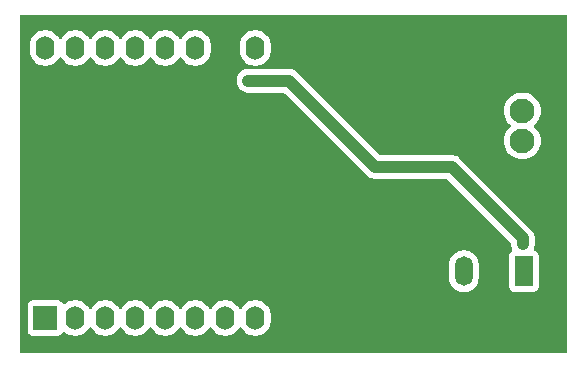
<source format=gbr>
%TF.GenerationSoftware,KiCad,Pcbnew,8.0.3*%
%TF.CreationDate,2024-09-12T16:22:09+02:00*%
%TF.ProjectId,LG-remote,4c472d72-656d-46f7-9465-2e6b69636164,rev?*%
%TF.SameCoordinates,Original*%
%TF.FileFunction,Copper,L2,Bot*%
%TF.FilePolarity,Positive*%
%FSLAX46Y46*%
G04 Gerber Fmt 4.6, Leading zero omitted, Abs format (unit mm)*
G04 Created by KiCad (PCBNEW 8.0.3) date 2024-09-12 16:22:09*
%MOMM*%
%LPD*%
G01*
G04 APERTURE LIST*
%TA.AperFunction,ComponentPad*%
%ADD10R,2.100000X2.100000*%
%TD*%
%TA.AperFunction,ComponentPad*%
%ADD11C,2.100000*%
%TD*%
%TA.AperFunction,ComponentPad*%
%ADD12R,1.500000X2.500000*%
%TD*%
%TA.AperFunction,ComponentPad*%
%ADD13O,1.500000X2.500000*%
%TD*%
%TA.AperFunction,ComponentPad*%
%ADD14R,2.000000X2.000000*%
%TD*%
%TA.AperFunction,ComponentPad*%
%ADD15O,1.600000X2.000000*%
%TD*%
%TA.AperFunction,ViaPad*%
%ADD16C,0.800000*%
%TD*%
%TA.AperFunction,Conductor*%
%ADD17C,1.000000*%
%TD*%
G04 APERTURE END LIST*
D10*
%TO.P,J1,1,Pin_1*%
%TO.N,GND*%
X139446000Y-81915000D03*
D11*
%TO.P,J1,2,Pin_2*%
%TO.N,/LIN*%
X139446000Y-84455000D03*
%TO.P,J1,3,Pin_3*%
%TO.N,+12V*%
X139446000Y-86995000D03*
%TD*%
D12*
%TO.P,U1,1,Vin*%
%TO.N,+12V*%
X139573000Y-98044000D03*
D13*
%TO.P,U1,2,GND*%
%TO.N,GND*%
X137033000Y-98044000D03*
%TO.P,U1,3,Vout*%
%TO.N,+5V*%
X134493000Y-98044000D03*
%TD*%
D14*
%TO.P,U3,1,~{RST}*%
%TO.N,unconnected-(U3-Pad1)*%
X99060000Y-102004000D03*
D15*
%TO.P,U3,2,A0*%
%TO.N,unconnected-(U3-Pad2)*%
X101600000Y-102004000D03*
%TO.P,U3,3,D0*%
%TO.N,unconnected-(U3-Pad3)*%
X104140000Y-102004000D03*
%TO.P,U3,4,SCK/D5*%
%TO.N,unconnected-(U3-Pad4)*%
X106680000Y-102004000D03*
%TO.P,U3,5,MISO/D6*%
%TO.N,unconnected-(U3-Pad5)*%
X109220000Y-102004000D03*
%TO.P,U3,6,MOSI/D7*%
%TO.N,unconnected-(U3-Pad6)*%
X111760000Y-102004000D03*
%TO.P,U3,7,CS/D8*%
%TO.N,unconnected-(U3-Pad7)*%
X114300000Y-102004000D03*
%TO.P,U3,8,3V3*%
%TO.N,+3V3*%
X116840000Y-102004000D03*
%TO.P,U3,9,5V*%
%TO.N,+5V*%
X116840000Y-79144000D03*
%TO.P,U3,10,GND*%
%TO.N,GND*%
X114300000Y-79144000D03*
%TO.P,U3,11,D4*%
%TO.N,unconnected-(U3-Pad11)*%
X111760000Y-79144000D03*
%TO.P,U3,12,D3*%
%TO.N,unconnected-(U3-Pad12)*%
X109220000Y-79144000D03*
%TO.P,U3,13,SDA/D2*%
%TO.N,unconnected-(U3-Pad13)*%
X106680000Y-79144000D03*
%TO.P,U3,14,SCL/D1*%
%TO.N,unconnected-(U3-Pad14)*%
X104140000Y-79144000D03*
%TO.P,U3,15,RX*%
%TO.N,/TXD*%
X101600000Y-79144000D03*
%TO.P,U3,16,TX*%
%TO.N,/RXD*%
X99060000Y-79144000D03*
%TD*%
D16*
%TO.N,+12V*%
X137750000Y-93500000D03*
%TO.N,GND*%
X120500000Y-80250000D03*
X117250000Y-85000000D03*
%TO.N,+12V*%
X138750000Y-94500000D03*
X116250000Y-81910000D03*
X117250000Y-81910000D03*
X118250000Y-81910000D03*
X139500000Y-95750000D03*
%TO.N,GND*%
X134500000Y-93750000D03*
X108750000Y-99000000D03*
X124500000Y-83500000D03*
X109250000Y-96500000D03*
X101750000Y-96750000D03*
X102750000Y-89500000D03*
X105250000Y-94000000D03*
X105250000Y-98250000D03*
X122750000Y-94000000D03*
X123500000Y-96750000D03*
X123750000Y-100500000D03*
X137250000Y-82000000D03*
X134250000Y-82750000D03*
X137000000Y-83500000D03*
X136750000Y-85750000D03*
X137000000Y-89000000D03*
X136500000Y-95000000D03*
X133000000Y-95250000D03*
X133000000Y-91750000D03*
X127250000Y-85500000D03*
X130250000Y-82500000D03*
X108500000Y-83500000D03*
X111250000Y-83750000D03*
X111000000Y-86500000D03*
X110250000Y-81250000D03*
X108500000Y-81250000D03*
X112250000Y-81250000D03*
X105500000Y-81000000D03*
X100500000Y-83500000D03*
X103750000Y-86250000D03*
X107000000Y-89750000D03*
X109750000Y-93000000D03*
X112750000Y-99750000D03*
X113000000Y-94250000D03*
X118500000Y-100250000D03*
X118500000Y-97000000D03*
X137000000Y-101000000D03*
X131000000Y-100500000D03*
X128000000Y-97500000D03*
X127750000Y-94500000D03*
X125000000Y-91500000D03*
X121000000Y-91250000D03*
X118500000Y-94750000D03*
X142250000Y-85750000D03*
X142250000Y-89750000D03*
X142250000Y-96000000D03*
X142250000Y-99500000D03*
X142250000Y-101750000D03*
X142250000Y-104250000D03*
X139000000Y-104250000D03*
X134750000Y-104250000D03*
X131500000Y-104250000D03*
X128500000Y-104250000D03*
X122750000Y-104250000D03*
X117500000Y-104250000D03*
X113000000Y-104250000D03*
X108000000Y-104250000D03*
X103000000Y-104250000D03*
X97750000Y-104250000D03*
X97750000Y-99750000D03*
X97750000Y-97500000D03*
X97750000Y-94750000D03*
X97750000Y-91500000D03*
X97750000Y-88250000D03*
X97750000Y-84500000D03*
X97750000Y-81000000D03*
X97750000Y-77250000D03*
X103000000Y-77250000D03*
X105250000Y-77250000D03*
X107750000Y-77250000D03*
X110500000Y-77250000D03*
X115500000Y-77250000D03*
X120250000Y-77250000D03*
X124500000Y-77250000D03*
X129750000Y-77250000D03*
X139750000Y-77250000D03*
X142250000Y-77250000D03*
X118364000Y-83566000D03*
X121500000Y-87500000D03*
X134366000Y-78613000D03*
X136144000Y-78613000D03*
%TD*%
D17*
%TO.N,+12V*%
X139500000Y-95750000D02*
X139500000Y-95250000D01*
X118250000Y-81910000D02*
X116250000Y-81910000D01*
X139500000Y-95250000D02*
X133475000Y-89225000D01*
X133475000Y-89225000D02*
X126975000Y-89225000D01*
X126975000Y-89225000D02*
X119660000Y-81910000D01*
X119660000Y-81910000D02*
X118250000Y-81910000D01*
%TD*%
%TA.AperFunction,Conductor*%
%TO.N,GND*%
G36*
X143192121Y-76346002D02*
G01*
X143238614Y-76399658D01*
X143250000Y-76452000D01*
X143250000Y-104874000D01*
X143229998Y-104942121D01*
X143176342Y-104988614D01*
X143124000Y-105000000D01*
X97027000Y-105000000D01*
X96958879Y-104979998D01*
X96912386Y-104926342D01*
X96901000Y-104874000D01*
X96901000Y-100955350D01*
X97551500Y-100955350D01*
X97551500Y-103052649D01*
X97558009Y-103113196D01*
X97558011Y-103113204D01*
X97609110Y-103250202D01*
X97609112Y-103250207D01*
X97696738Y-103367261D01*
X97813792Y-103454887D01*
X97813794Y-103454888D01*
X97813796Y-103454889D01*
X97872875Y-103476924D01*
X97950795Y-103505988D01*
X97950803Y-103505990D01*
X98011350Y-103512499D01*
X98011355Y-103512499D01*
X98011362Y-103512500D01*
X98011368Y-103512500D01*
X100108632Y-103512500D01*
X100108638Y-103512500D01*
X100108645Y-103512499D01*
X100108649Y-103512499D01*
X100169196Y-103505990D01*
X100169199Y-103505989D01*
X100169201Y-103505989D01*
X100306204Y-103454889D01*
X100423261Y-103367261D01*
X100510889Y-103250204D01*
X100519746Y-103226455D01*
X100562291Y-103169622D01*
X100628811Y-103144811D01*
X100698186Y-103159902D01*
X100726896Y-103181395D01*
X100747564Y-103202063D01*
X100747567Y-103202065D01*
X100747570Y-103202068D01*
X100914197Y-103323129D01*
X101097710Y-103416634D01*
X101293592Y-103480280D01*
X101497019Y-103512500D01*
X101497022Y-103512500D01*
X101702978Y-103512500D01*
X101702981Y-103512500D01*
X101906408Y-103480280D01*
X102102290Y-103416634D01*
X102285803Y-103323129D01*
X102452430Y-103202068D01*
X102598068Y-103056430D01*
X102719129Y-102889803D01*
X102757734Y-102814034D01*
X102806481Y-102762422D01*
X102875396Y-102745356D01*
X102942598Y-102768257D01*
X102982264Y-102814034D01*
X103020871Y-102889803D01*
X103141932Y-103056430D01*
X103141934Y-103056432D01*
X103141936Y-103056435D01*
X103287564Y-103202063D01*
X103287567Y-103202065D01*
X103287570Y-103202068D01*
X103454197Y-103323129D01*
X103637710Y-103416634D01*
X103833592Y-103480280D01*
X104037019Y-103512500D01*
X104037022Y-103512500D01*
X104242978Y-103512500D01*
X104242981Y-103512500D01*
X104446408Y-103480280D01*
X104642290Y-103416634D01*
X104825803Y-103323129D01*
X104992430Y-103202068D01*
X105138068Y-103056430D01*
X105259129Y-102889803D01*
X105297734Y-102814034D01*
X105346481Y-102762422D01*
X105415396Y-102745356D01*
X105482598Y-102768257D01*
X105522264Y-102814034D01*
X105560871Y-102889803D01*
X105681932Y-103056430D01*
X105681934Y-103056432D01*
X105681936Y-103056435D01*
X105827564Y-103202063D01*
X105827567Y-103202065D01*
X105827570Y-103202068D01*
X105994197Y-103323129D01*
X106177710Y-103416634D01*
X106373592Y-103480280D01*
X106577019Y-103512500D01*
X106577022Y-103512500D01*
X106782978Y-103512500D01*
X106782981Y-103512500D01*
X106986408Y-103480280D01*
X107182290Y-103416634D01*
X107365803Y-103323129D01*
X107532430Y-103202068D01*
X107678068Y-103056430D01*
X107799129Y-102889803D01*
X107837734Y-102814034D01*
X107886481Y-102762422D01*
X107955396Y-102745356D01*
X108022598Y-102768257D01*
X108062264Y-102814034D01*
X108100871Y-102889803D01*
X108221932Y-103056430D01*
X108221934Y-103056432D01*
X108221936Y-103056435D01*
X108367564Y-103202063D01*
X108367567Y-103202065D01*
X108367570Y-103202068D01*
X108534197Y-103323129D01*
X108717710Y-103416634D01*
X108913592Y-103480280D01*
X109117019Y-103512500D01*
X109117022Y-103512500D01*
X109322978Y-103512500D01*
X109322981Y-103512500D01*
X109526408Y-103480280D01*
X109722290Y-103416634D01*
X109905803Y-103323129D01*
X110072430Y-103202068D01*
X110218068Y-103056430D01*
X110339129Y-102889803D01*
X110377734Y-102814034D01*
X110426481Y-102762422D01*
X110495396Y-102745356D01*
X110562598Y-102768257D01*
X110602264Y-102814034D01*
X110640871Y-102889803D01*
X110761932Y-103056430D01*
X110761934Y-103056432D01*
X110761936Y-103056435D01*
X110907564Y-103202063D01*
X110907567Y-103202065D01*
X110907570Y-103202068D01*
X111074197Y-103323129D01*
X111257710Y-103416634D01*
X111453592Y-103480280D01*
X111657019Y-103512500D01*
X111657022Y-103512500D01*
X111862978Y-103512500D01*
X111862981Y-103512500D01*
X112066408Y-103480280D01*
X112262290Y-103416634D01*
X112445803Y-103323129D01*
X112612430Y-103202068D01*
X112758068Y-103056430D01*
X112879129Y-102889803D01*
X112917734Y-102814034D01*
X112966481Y-102762422D01*
X113035396Y-102745356D01*
X113102598Y-102768257D01*
X113142264Y-102814034D01*
X113180871Y-102889803D01*
X113301932Y-103056430D01*
X113301934Y-103056432D01*
X113301936Y-103056435D01*
X113447564Y-103202063D01*
X113447567Y-103202065D01*
X113447570Y-103202068D01*
X113614197Y-103323129D01*
X113797710Y-103416634D01*
X113993592Y-103480280D01*
X114197019Y-103512500D01*
X114197022Y-103512500D01*
X114402978Y-103512500D01*
X114402981Y-103512500D01*
X114606408Y-103480280D01*
X114802290Y-103416634D01*
X114985803Y-103323129D01*
X115152430Y-103202068D01*
X115298068Y-103056430D01*
X115419129Y-102889803D01*
X115457734Y-102814034D01*
X115506481Y-102762422D01*
X115575396Y-102745356D01*
X115642598Y-102768257D01*
X115682264Y-102814034D01*
X115720871Y-102889803D01*
X115841932Y-103056430D01*
X115841934Y-103056432D01*
X115841936Y-103056435D01*
X115987564Y-103202063D01*
X115987567Y-103202065D01*
X115987570Y-103202068D01*
X116154197Y-103323129D01*
X116337710Y-103416634D01*
X116533592Y-103480280D01*
X116737019Y-103512500D01*
X116737022Y-103512500D01*
X116942978Y-103512500D01*
X116942981Y-103512500D01*
X117146408Y-103480280D01*
X117342290Y-103416634D01*
X117525803Y-103323129D01*
X117692430Y-103202068D01*
X117838068Y-103056430D01*
X117959129Y-102889803D01*
X118052634Y-102706290D01*
X118116280Y-102510408D01*
X118148500Y-102306981D01*
X118148500Y-101701019D01*
X118116280Y-101497592D01*
X118052634Y-101301710D01*
X117959129Y-101118197D01*
X117838068Y-100951570D01*
X117838065Y-100951567D01*
X117838063Y-100951564D01*
X117692435Y-100805936D01*
X117692432Y-100805934D01*
X117692431Y-100805933D01*
X117692430Y-100805932D01*
X117525803Y-100684871D01*
X117342290Y-100591366D01*
X117342287Y-100591365D01*
X117342285Y-100591364D01*
X117146412Y-100527721D01*
X117146410Y-100527720D01*
X117146408Y-100527720D01*
X116942981Y-100495500D01*
X116737019Y-100495500D01*
X116533592Y-100527720D01*
X116533590Y-100527720D01*
X116533587Y-100527721D01*
X116337714Y-100591364D01*
X116337708Y-100591367D01*
X116154193Y-100684873D01*
X115987567Y-100805934D01*
X115987564Y-100805936D01*
X115841936Y-100951564D01*
X115841934Y-100951567D01*
X115720873Y-101118193D01*
X115682267Y-101193962D01*
X115633518Y-101245577D01*
X115564603Y-101262643D01*
X115497402Y-101239742D01*
X115457733Y-101193962D01*
X115419129Y-101118197D01*
X115298068Y-100951570D01*
X115298065Y-100951567D01*
X115298063Y-100951564D01*
X115152435Y-100805936D01*
X115152432Y-100805934D01*
X115152431Y-100805933D01*
X115152430Y-100805932D01*
X114985803Y-100684871D01*
X114802290Y-100591366D01*
X114802287Y-100591365D01*
X114802285Y-100591364D01*
X114606412Y-100527721D01*
X114606410Y-100527720D01*
X114606408Y-100527720D01*
X114402981Y-100495500D01*
X114197019Y-100495500D01*
X113993592Y-100527720D01*
X113993590Y-100527720D01*
X113993587Y-100527721D01*
X113797714Y-100591364D01*
X113797708Y-100591367D01*
X113614193Y-100684873D01*
X113447567Y-100805934D01*
X113447564Y-100805936D01*
X113301936Y-100951564D01*
X113301934Y-100951567D01*
X113180873Y-101118193D01*
X113142267Y-101193962D01*
X113093518Y-101245577D01*
X113024603Y-101262643D01*
X112957402Y-101239742D01*
X112917733Y-101193962D01*
X112879129Y-101118197D01*
X112758068Y-100951570D01*
X112758065Y-100951567D01*
X112758063Y-100951564D01*
X112612435Y-100805936D01*
X112612432Y-100805934D01*
X112612431Y-100805933D01*
X112612430Y-100805932D01*
X112445803Y-100684871D01*
X112262290Y-100591366D01*
X112262287Y-100591365D01*
X112262285Y-100591364D01*
X112066412Y-100527721D01*
X112066410Y-100527720D01*
X112066408Y-100527720D01*
X111862981Y-100495500D01*
X111657019Y-100495500D01*
X111453592Y-100527720D01*
X111453590Y-100527720D01*
X111453587Y-100527721D01*
X111257714Y-100591364D01*
X111257708Y-100591367D01*
X111074193Y-100684873D01*
X110907567Y-100805934D01*
X110907564Y-100805936D01*
X110761936Y-100951564D01*
X110761934Y-100951567D01*
X110640873Y-101118193D01*
X110602267Y-101193962D01*
X110553518Y-101245577D01*
X110484603Y-101262643D01*
X110417402Y-101239742D01*
X110377733Y-101193962D01*
X110339129Y-101118197D01*
X110218068Y-100951570D01*
X110218065Y-100951567D01*
X110218063Y-100951564D01*
X110072435Y-100805936D01*
X110072432Y-100805934D01*
X110072431Y-100805933D01*
X110072430Y-100805932D01*
X109905803Y-100684871D01*
X109722290Y-100591366D01*
X109722287Y-100591365D01*
X109722285Y-100591364D01*
X109526412Y-100527721D01*
X109526410Y-100527720D01*
X109526408Y-100527720D01*
X109322981Y-100495500D01*
X109117019Y-100495500D01*
X108913592Y-100527720D01*
X108913590Y-100527720D01*
X108913587Y-100527721D01*
X108717714Y-100591364D01*
X108717708Y-100591367D01*
X108534193Y-100684873D01*
X108367567Y-100805934D01*
X108367564Y-100805936D01*
X108221936Y-100951564D01*
X108221934Y-100951567D01*
X108100873Y-101118193D01*
X108062267Y-101193962D01*
X108013518Y-101245577D01*
X107944603Y-101262643D01*
X107877402Y-101239742D01*
X107837733Y-101193962D01*
X107799129Y-101118197D01*
X107678068Y-100951570D01*
X107678065Y-100951567D01*
X107678063Y-100951564D01*
X107532435Y-100805936D01*
X107532432Y-100805934D01*
X107532431Y-100805933D01*
X107532430Y-100805932D01*
X107365803Y-100684871D01*
X107182290Y-100591366D01*
X107182287Y-100591365D01*
X107182285Y-100591364D01*
X106986412Y-100527721D01*
X106986410Y-100527720D01*
X106986408Y-100527720D01*
X106782981Y-100495500D01*
X106577019Y-100495500D01*
X106373592Y-100527720D01*
X106373590Y-100527720D01*
X106373587Y-100527721D01*
X106177714Y-100591364D01*
X106177708Y-100591367D01*
X105994193Y-100684873D01*
X105827567Y-100805934D01*
X105827564Y-100805936D01*
X105681936Y-100951564D01*
X105681934Y-100951567D01*
X105560873Y-101118193D01*
X105522267Y-101193962D01*
X105473518Y-101245577D01*
X105404603Y-101262643D01*
X105337402Y-101239742D01*
X105297733Y-101193962D01*
X105259129Y-101118197D01*
X105138068Y-100951570D01*
X105138065Y-100951567D01*
X105138063Y-100951564D01*
X104992435Y-100805936D01*
X104992432Y-100805934D01*
X104992431Y-100805933D01*
X104992430Y-100805932D01*
X104825803Y-100684871D01*
X104642290Y-100591366D01*
X104642287Y-100591365D01*
X104642285Y-100591364D01*
X104446412Y-100527721D01*
X104446410Y-100527720D01*
X104446408Y-100527720D01*
X104242981Y-100495500D01*
X104037019Y-100495500D01*
X103833592Y-100527720D01*
X103833590Y-100527720D01*
X103833587Y-100527721D01*
X103637714Y-100591364D01*
X103637708Y-100591367D01*
X103454193Y-100684873D01*
X103287567Y-100805934D01*
X103287564Y-100805936D01*
X103141936Y-100951564D01*
X103141934Y-100951567D01*
X103020873Y-101118193D01*
X102982267Y-101193962D01*
X102933518Y-101245577D01*
X102864603Y-101262643D01*
X102797402Y-101239742D01*
X102757733Y-101193962D01*
X102719129Y-101118197D01*
X102598068Y-100951570D01*
X102598065Y-100951567D01*
X102598063Y-100951564D01*
X102452435Y-100805936D01*
X102452432Y-100805934D01*
X102452431Y-100805933D01*
X102452430Y-100805932D01*
X102285803Y-100684871D01*
X102102290Y-100591366D01*
X102102287Y-100591365D01*
X102102285Y-100591364D01*
X101906412Y-100527721D01*
X101906410Y-100527720D01*
X101906408Y-100527720D01*
X101702981Y-100495500D01*
X101497019Y-100495500D01*
X101293592Y-100527720D01*
X101293590Y-100527720D01*
X101293587Y-100527721D01*
X101097714Y-100591364D01*
X101097708Y-100591367D01*
X100914193Y-100684873D01*
X100747568Y-100805933D01*
X100726895Y-100826606D01*
X100664582Y-100860630D01*
X100593766Y-100855564D01*
X100536931Y-100813016D01*
X100519747Y-100781547D01*
X100510889Y-100757796D01*
X100510886Y-100757792D01*
X100510886Y-100757791D01*
X100423261Y-100640738D01*
X100306207Y-100553112D01*
X100306202Y-100553110D01*
X100169204Y-100502011D01*
X100169196Y-100502009D01*
X100108649Y-100495500D01*
X100108638Y-100495500D01*
X98011362Y-100495500D01*
X98011350Y-100495500D01*
X97950803Y-100502009D01*
X97950795Y-100502011D01*
X97813797Y-100553110D01*
X97813792Y-100553112D01*
X97696738Y-100640738D01*
X97609112Y-100757792D01*
X97609110Y-100757797D01*
X97558011Y-100894795D01*
X97558009Y-100894803D01*
X97551500Y-100955350D01*
X96901000Y-100955350D01*
X96901000Y-97444954D01*
X133234500Y-97444954D01*
X133234500Y-98643046D01*
X133265488Y-98838700D01*
X133326702Y-99027097D01*
X133326703Y-99027098D01*
X133416636Y-99203601D01*
X133533071Y-99363860D01*
X133673139Y-99503928D01*
X133673142Y-99503930D01*
X133833402Y-99620366D01*
X134009903Y-99710298D01*
X134198300Y-99771512D01*
X134393954Y-99802500D01*
X134393957Y-99802500D01*
X134592043Y-99802500D01*
X134592046Y-99802500D01*
X134787700Y-99771512D01*
X134976097Y-99710298D01*
X135152598Y-99620366D01*
X135312858Y-99503930D01*
X135452930Y-99363858D01*
X135569366Y-99203598D01*
X135659298Y-99027097D01*
X135720512Y-98838700D01*
X135751500Y-98643046D01*
X135751500Y-97444954D01*
X135720512Y-97249300D01*
X135659298Y-97060903D01*
X135569366Y-96884402D01*
X135452930Y-96724142D01*
X135452928Y-96724139D01*
X135312860Y-96584071D01*
X135152601Y-96467636D01*
X135152600Y-96467635D01*
X135152598Y-96467634D01*
X134976097Y-96377702D01*
X134787700Y-96316488D01*
X134592046Y-96285500D01*
X134393954Y-96285500D01*
X134198300Y-96316488D01*
X134198297Y-96316488D01*
X134198296Y-96316489D01*
X134009903Y-96377702D01*
X134009901Y-96377703D01*
X133833398Y-96467636D01*
X133673139Y-96584071D01*
X133533071Y-96724139D01*
X133416636Y-96884398D01*
X133416634Y-96884402D01*
X133326702Y-97060903D01*
X133265488Y-97249300D01*
X133234500Y-97444954D01*
X96901000Y-97444954D01*
X96901000Y-81810668D01*
X115241500Y-81810668D01*
X115241500Y-81810671D01*
X115241500Y-82009329D01*
X115280256Y-82204169D01*
X115356279Y-82387704D01*
X115466647Y-82552881D01*
X115607119Y-82693353D01*
X115772296Y-82803721D01*
X115955831Y-82879744D01*
X116150671Y-82918500D01*
X118150671Y-82918500D01*
X119190076Y-82918500D01*
X119258197Y-82938502D01*
X119279171Y-82955405D01*
X126332119Y-90008353D01*
X126497296Y-90118721D01*
X126680831Y-90194744D01*
X126875671Y-90233500D01*
X127074329Y-90233500D01*
X133005076Y-90233500D01*
X133073197Y-90253502D01*
X133094171Y-90270405D01*
X138454595Y-95630829D01*
X138488621Y-95693141D01*
X138491500Y-95719924D01*
X138491500Y-95849331D01*
X138530256Y-96044169D01*
X138530258Y-96044174D01*
X138598332Y-96208520D01*
X138605921Y-96279110D01*
X138574142Y-96342597D01*
X138557432Y-96357606D01*
X138459738Y-96430738D01*
X138372112Y-96547792D01*
X138372110Y-96547797D01*
X138321011Y-96684795D01*
X138321009Y-96684803D01*
X138314500Y-96745350D01*
X138314500Y-99342649D01*
X138321009Y-99403196D01*
X138321011Y-99403204D01*
X138372110Y-99540202D01*
X138372112Y-99540207D01*
X138459738Y-99657261D01*
X138576792Y-99744887D01*
X138576794Y-99744888D01*
X138576796Y-99744889D01*
X138635875Y-99766924D01*
X138713795Y-99795988D01*
X138713803Y-99795990D01*
X138774350Y-99802499D01*
X138774355Y-99802499D01*
X138774362Y-99802500D01*
X138774368Y-99802500D01*
X140371632Y-99802500D01*
X140371638Y-99802500D01*
X140371645Y-99802499D01*
X140371649Y-99802499D01*
X140432196Y-99795990D01*
X140432199Y-99795989D01*
X140432201Y-99795989D01*
X140569204Y-99744889D01*
X140615414Y-99710297D01*
X140686261Y-99657261D01*
X140773887Y-99540207D01*
X140773887Y-99540206D01*
X140773889Y-99540204D01*
X140824989Y-99403201D01*
X140829219Y-99363860D01*
X140831499Y-99342649D01*
X140831500Y-99342632D01*
X140831500Y-96745367D01*
X140831499Y-96745350D01*
X140824990Y-96684803D01*
X140824988Y-96684795D01*
X140787419Y-96584071D01*
X140773889Y-96547796D01*
X140773888Y-96547794D01*
X140773887Y-96547792D01*
X140686261Y-96430738D01*
X140569207Y-96343112D01*
X140569204Y-96343111D01*
X140498143Y-96316606D01*
X140441308Y-96274059D01*
X140416498Y-96207538D01*
X140425768Y-96150334D01*
X140469744Y-96044169D01*
X140508500Y-95849329D01*
X140508500Y-95150671D01*
X140469744Y-94955831D01*
X140434836Y-94871556D01*
X140393722Y-94772297D01*
X140283354Y-94607119D01*
X134117881Y-88441647D01*
X133952704Y-88331279D01*
X133769169Y-88255256D01*
X133574331Y-88216500D01*
X133574329Y-88216500D01*
X127444924Y-88216500D01*
X127376803Y-88196498D01*
X127355829Y-88179595D01*
X123631234Y-84455000D01*
X137882681Y-84455000D01*
X137901928Y-84699557D01*
X137959195Y-84938092D01*
X138053073Y-85164732D01*
X138053074Y-85164733D01*
X138181245Y-85373892D01*
X138181246Y-85373894D01*
X138181248Y-85373896D01*
X138340567Y-85560433D01*
X138406903Y-85617089D01*
X138421069Y-85629189D01*
X138459878Y-85688640D01*
X138460384Y-85759635D01*
X138422428Y-85819633D01*
X138421069Y-85820811D01*
X138340567Y-85889567D01*
X138181245Y-86076107D01*
X138053074Y-86285266D01*
X138053073Y-86285268D01*
X137959195Y-86511908D01*
X137901928Y-86750443D01*
X137882681Y-86995000D01*
X137901928Y-87239557D01*
X137959195Y-87478092D01*
X138053073Y-87704732D01*
X138053074Y-87704733D01*
X138181245Y-87913892D01*
X138181246Y-87913894D01*
X138181248Y-87913896D01*
X138340567Y-88100433D01*
X138527104Y-88259752D01*
X138736268Y-88387927D01*
X138962908Y-88481805D01*
X139201443Y-88539072D01*
X139446000Y-88558319D01*
X139690557Y-88539072D01*
X139929092Y-88481805D01*
X140155732Y-88387927D01*
X140364896Y-88259752D01*
X140551433Y-88100433D01*
X140710752Y-87913896D01*
X140838927Y-87704732D01*
X140932805Y-87478092D01*
X140990072Y-87239557D01*
X141009319Y-86995000D01*
X140990072Y-86750443D01*
X140932805Y-86511908D01*
X140838927Y-86285268D01*
X140710752Y-86076104D01*
X140551433Y-85889567D01*
X140470929Y-85820809D01*
X140432121Y-85761360D01*
X140431615Y-85690366D01*
X140469571Y-85630367D01*
X140470879Y-85629232D01*
X140551433Y-85560433D01*
X140710752Y-85373896D01*
X140838927Y-85164732D01*
X140932805Y-84938092D01*
X140990072Y-84699557D01*
X141009319Y-84455000D01*
X140990072Y-84210443D01*
X140932805Y-83971908D01*
X140838927Y-83745268D01*
X140710752Y-83536104D01*
X140551433Y-83349567D01*
X140364896Y-83190248D01*
X140364894Y-83190246D01*
X140364892Y-83190245D01*
X140242256Y-83115094D01*
X140155732Y-83062073D01*
X139929092Y-82968195D01*
X139690557Y-82910928D01*
X139446000Y-82891681D01*
X139201443Y-82910928D01*
X138962907Y-82968195D01*
X138736266Y-83062074D01*
X138527107Y-83190245D01*
X138340567Y-83349567D01*
X138181245Y-83536107D01*
X138053074Y-83745266D01*
X138053073Y-83745268D01*
X137959195Y-83971908D01*
X137901928Y-84210443D01*
X137882681Y-84455000D01*
X123631234Y-84455000D01*
X120302883Y-81126649D01*
X120302881Y-81126647D01*
X120137704Y-81016279D01*
X120102024Y-81001500D01*
X119954174Y-80940258D01*
X119954172Y-80940257D01*
X119954170Y-80940256D01*
X119954169Y-80940256D01*
X119856089Y-80920746D01*
X119759331Y-80901500D01*
X119759329Y-80901500D01*
X118349329Y-80901500D01*
X116971837Y-80901500D01*
X116903716Y-80881498D01*
X116857223Y-80827842D01*
X116847119Y-80757568D01*
X116876613Y-80692988D01*
X116936339Y-80654604D01*
X116952117Y-80651052D01*
X117146408Y-80620280D01*
X117342290Y-80556634D01*
X117525803Y-80463129D01*
X117692430Y-80342068D01*
X117838068Y-80196430D01*
X117959129Y-80029803D01*
X118052634Y-79846290D01*
X118116280Y-79650408D01*
X118148500Y-79446981D01*
X118148500Y-78841019D01*
X118116280Y-78637592D01*
X118052634Y-78441710D01*
X117959129Y-78258197D01*
X117838068Y-78091570D01*
X117838065Y-78091567D01*
X117838063Y-78091564D01*
X117692435Y-77945936D01*
X117692432Y-77945934D01*
X117692430Y-77945932D01*
X117525803Y-77824871D01*
X117342290Y-77731366D01*
X117342287Y-77731365D01*
X117342285Y-77731364D01*
X117146412Y-77667721D01*
X117146410Y-77667720D01*
X117146408Y-77667720D01*
X116942981Y-77635500D01*
X116737019Y-77635500D01*
X116533592Y-77667720D01*
X116533590Y-77667720D01*
X116533587Y-77667721D01*
X116337714Y-77731364D01*
X116337708Y-77731367D01*
X116154193Y-77824873D01*
X115987567Y-77945934D01*
X115987564Y-77945936D01*
X115841936Y-78091564D01*
X115841934Y-78091567D01*
X115720873Y-78258193D01*
X115627367Y-78441708D01*
X115627364Y-78441714D01*
X115563721Y-78637587D01*
X115563720Y-78637590D01*
X115563720Y-78637592D01*
X115531500Y-78841019D01*
X115531500Y-79446981D01*
X115563720Y-79650408D01*
X115563721Y-79650412D01*
X115569999Y-79669735D01*
X115627366Y-79846290D01*
X115720871Y-80029803D01*
X115841932Y-80196430D01*
X115841934Y-80196432D01*
X115841936Y-80196435D01*
X115987564Y-80342063D01*
X115987567Y-80342065D01*
X115987570Y-80342068D01*
X116154197Y-80463129D01*
X116337710Y-80556634D01*
X116533592Y-80620280D01*
X116727875Y-80651051D01*
X116792027Y-80681464D01*
X116829554Y-80741732D01*
X116828540Y-80812721D01*
X116789307Y-80871893D01*
X116724312Y-80900461D01*
X116708163Y-80901500D01*
X116150668Y-80901500D01*
X115955830Y-80940256D01*
X115955825Y-80940258D01*
X115772296Y-81016279D01*
X115607123Y-81126644D01*
X115607116Y-81126649D01*
X115466649Y-81267116D01*
X115466644Y-81267123D01*
X115356279Y-81432296D01*
X115280258Y-81615825D01*
X115280256Y-81615830D01*
X115241500Y-81810668D01*
X96901000Y-81810668D01*
X96901000Y-78841019D01*
X97751500Y-78841019D01*
X97751500Y-79446981D01*
X97783720Y-79650408D01*
X97783721Y-79650412D01*
X97789999Y-79669735D01*
X97847366Y-79846290D01*
X97940871Y-80029803D01*
X98061932Y-80196430D01*
X98061934Y-80196432D01*
X98061936Y-80196435D01*
X98207564Y-80342063D01*
X98207567Y-80342065D01*
X98207570Y-80342068D01*
X98374197Y-80463129D01*
X98557710Y-80556634D01*
X98753592Y-80620280D01*
X98957019Y-80652500D01*
X98957022Y-80652500D01*
X99162978Y-80652500D01*
X99162981Y-80652500D01*
X99366408Y-80620280D01*
X99562290Y-80556634D01*
X99745803Y-80463129D01*
X99912430Y-80342068D01*
X100058068Y-80196430D01*
X100179129Y-80029803D01*
X100217734Y-79954034D01*
X100266481Y-79902422D01*
X100335396Y-79885356D01*
X100402598Y-79908257D01*
X100442264Y-79954034D01*
X100480871Y-80029803D01*
X100601932Y-80196430D01*
X100601934Y-80196432D01*
X100601936Y-80196435D01*
X100747564Y-80342063D01*
X100747567Y-80342065D01*
X100747570Y-80342068D01*
X100914197Y-80463129D01*
X101097710Y-80556634D01*
X101293592Y-80620280D01*
X101497019Y-80652500D01*
X101497022Y-80652500D01*
X101702978Y-80652500D01*
X101702981Y-80652500D01*
X101906408Y-80620280D01*
X102102290Y-80556634D01*
X102285803Y-80463129D01*
X102452430Y-80342068D01*
X102598068Y-80196430D01*
X102719129Y-80029803D01*
X102757734Y-79954034D01*
X102806481Y-79902422D01*
X102875396Y-79885356D01*
X102942598Y-79908257D01*
X102982264Y-79954034D01*
X103020871Y-80029803D01*
X103141932Y-80196430D01*
X103141934Y-80196432D01*
X103141936Y-80196435D01*
X103287564Y-80342063D01*
X103287567Y-80342065D01*
X103287570Y-80342068D01*
X103454197Y-80463129D01*
X103637710Y-80556634D01*
X103833592Y-80620280D01*
X104037019Y-80652500D01*
X104037022Y-80652500D01*
X104242978Y-80652500D01*
X104242981Y-80652500D01*
X104446408Y-80620280D01*
X104642290Y-80556634D01*
X104825803Y-80463129D01*
X104992430Y-80342068D01*
X105138068Y-80196430D01*
X105259129Y-80029803D01*
X105297734Y-79954034D01*
X105346481Y-79902422D01*
X105415396Y-79885356D01*
X105482598Y-79908257D01*
X105522264Y-79954034D01*
X105560871Y-80029803D01*
X105681932Y-80196430D01*
X105681934Y-80196432D01*
X105681936Y-80196435D01*
X105827564Y-80342063D01*
X105827567Y-80342065D01*
X105827570Y-80342068D01*
X105994197Y-80463129D01*
X106177710Y-80556634D01*
X106373592Y-80620280D01*
X106577019Y-80652500D01*
X106577022Y-80652500D01*
X106782978Y-80652500D01*
X106782981Y-80652500D01*
X106986408Y-80620280D01*
X107182290Y-80556634D01*
X107365803Y-80463129D01*
X107532430Y-80342068D01*
X107678068Y-80196430D01*
X107799129Y-80029803D01*
X107837734Y-79954034D01*
X107886481Y-79902422D01*
X107955396Y-79885356D01*
X108022598Y-79908257D01*
X108062264Y-79954034D01*
X108100871Y-80029803D01*
X108221932Y-80196430D01*
X108221934Y-80196432D01*
X108221936Y-80196435D01*
X108367564Y-80342063D01*
X108367567Y-80342065D01*
X108367570Y-80342068D01*
X108534197Y-80463129D01*
X108717710Y-80556634D01*
X108913592Y-80620280D01*
X109117019Y-80652500D01*
X109117022Y-80652500D01*
X109322978Y-80652500D01*
X109322981Y-80652500D01*
X109526408Y-80620280D01*
X109722290Y-80556634D01*
X109905803Y-80463129D01*
X110072430Y-80342068D01*
X110218068Y-80196430D01*
X110339129Y-80029803D01*
X110377734Y-79954034D01*
X110426481Y-79902422D01*
X110495396Y-79885356D01*
X110562598Y-79908257D01*
X110602264Y-79954034D01*
X110640871Y-80029803D01*
X110761932Y-80196430D01*
X110761934Y-80196432D01*
X110761936Y-80196435D01*
X110907564Y-80342063D01*
X110907567Y-80342065D01*
X110907570Y-80342068D01*
X111074197Y-80463129D01*
X111257710Y-80556634D01*
X111453592Y-80620280D01*
X111657019Y-80652500D01*
X111657022Y-80652500D01*
X111862978Y-80652500D01*
X111862981Y-80652500D01*
X112066408Y-80620280D01*
X112262290Y-80556634D01*
X112445803Y-80463129D01*
X112612430Y-80342068D01*
X112758068Y-80196430D01*
X112879129Y-80029803D01*
X112972634Y-79846290D01*
X113036280Y-79650408D01*
X113068500Y-79446981D01*
X113068500Y-78841019D01*
X113036280Y-78637592D01*
X112972634Y-78441710D01*
X112879129Y-78258197D01*
X112758068Y-78091570D01*
X112758065Y-78091567D01*
X112758063Y-78091564D01*
X112612435Y-77945936D01*
X112612432Y-77945934D01*
X112612430Y-77945932D01*
X112445803Y-77824871D01*
X112262290Y-77731366D01*
X112262287Y-77731365D01*
X112262285Y-77731364D01*
X112066412Y-77667721D01*
X112066410Y-77667720D01*
X112066408Y-77667720D01*
X111862981Y-77635500D01*
X111657019Y-77635500D01*
X111453592Y-77667720D01*
X111453590Y-77667720D01*
X111453587Y-77667721D01*
X111257714Y-77731364D01*
X111257708Y-77731367D01*
X111074193Y-77824873D01*
X110907567Y-77945934D01*
X110907564Y-77945936D01*
X110761936Y-78091564D01*
X110761934Y-78091567D01*
X110640873Y-78258193D01*
X110602267Y-78333962D01*
X110553518Y-78385577D01*
X110484603Y-78402643D01*
X110417402Y-78379742D01*
X110377733Y-78333962D01*
X110339129Y-78258197D01*
X110218068Y-78091570D01*
X110218065Y-78091567D01*
X110218063Y-78091564D01*
X110072435Y-77945936D01*
X110072432Y-77945934D01*
X110072430Y-77945932D01*
X109905803Y-77824871D01*
X109722290Y-77731366D01*
X109722287Y-77731365D01*
X109722285Y-77731364D01*
X109526412Y-77667721D01*
X109526410Y-77667720D01*
X109526408Y-77667720D01*
X109322981Y-77635500D01*
X109117019Y-77635500D01*
X108913592Y-77667720D01*
X108913590Y-77667720D01*
X108913587Y-77667721D01*
X108717714Y-77731364D01*
X108717708Y-77731367D01*
X108534193Y-77824873D01*
X108367567Y-77945934D01*
X108367564Y-77945936D01*
X108221936Y-78091564D01*
X108221934Y-78091567D01*
X108100873Y-78258193D01*
X108062267Y-78333962D01*
X108013518Y-78385577D01*
X107944603Y-78402643D01*
X107877402Y-78379742D01*
X107837733Y-78333962D01*
X107799129Y-78258197D01*
X107678068Y-78091570D01*
X107678065Y-78091567D01*
X107678063Y-78091564D01*
X107532435Y-77945936D01*
X107532432Y-77945934D01*
X107532430Y-77945932D01*
X107365803Y-77824871D01*
X107182290Y-77731366D01*
X107182287Y-77731365D01*
X107182285Y-77731364D01*
X106986412Y-77667721D01*
X106986410Y-77667720D01*
X106986408Y-77667720D01*
X106782981Y-77635500D01*
X106577019Y-77635500D01*
X106373592Y-77667720D01*
X106373590Y-77667720D01*
X106373587Y-77667721D01*
X106177714Y-77731364D01*
X106177708Y-77731367D01*
X105994193Y-77824873D01*
X105827567Y-77945934D01*
X105827564Y-77945936D01*
X105681936Y-78091564D01*
X105681934Y-78091567D01*
X105560873Y-78258193D01*
X105522267Y-78333962D01*
X105473518Y-78385577D01*
X105404603Y-78402643D01*
X105337402Y-78379742D01*
X105297733Y-78333962D01*
X105259129Y-78258197D01*
X105138068Y-78091570D01*
X105138065Y-78091567D01*
X105138063Y-78091564D01*
X104992435Y-77945936D01*
X104992432Y-77945934D01*
X104992430Y-77945932D01*
X104825803Y-77824871D01*
X104642290Y-77731366D01*
X104642287Y-77731365D01*
X104642285Y-77731364D01*
X104446412Y-77667721D01*
X104446410Y-77667720D01*
X104446408Y-77667720D01*
X104242981Y-77635500D01*
X104037019Y-77635500D01*
X103833592Y-77667720D01*
X103833590Y-77667720D01*
X103833587Y-77667721D01*
X103637714Y-77731364D01*
X103637708Y-77731367D01*
X103454193Y-77824873D01*
X103287567Y-77945934D01*
X103287564Y-77945936D01*
X103141936Y-78091564D01*
X103141934Y-78091567D01*
X103020873Y-78258193D01*
X102982267Y-78333962D01*
X102933518Y-78385577D01*
X102864603Y-78402643D01*
X102797402Y-78379742D01*
X102757733Y-78333962D01*
X102719129Y-78258197D01*
X102598068Y-78091570D01*
X102598065Y-78091567D01*
X102598063Y-78091564D01*
X102452435Y-77945936D01*
X102452432Y-77945934D01*
X102452430Y-77945932D01*
X102285803Y-77824871D01*
X102102290Y-77731366D01*
X102102287Y-77731365D01*
X102102285Y-77731364D01*
X101906412Y-77667721D01*
X101906410Y-77667720D01*
X101906408Y-77667720D01*
X101702981Y-77635500D01*
X101497019Y-77635500D01*
X101293592Y-77667720D01*
X101293590Y-77667720D01*
X101293587Y-77667721D01*
X101097714Y-77731364D01*
X101097708Y-77731367D01*
X100914193Y-77824873D01*
X100747567Y-77945934D01*
X100747564Y-77945936D01*
X100601936Y-78091564D01*
X100601934Y-78091567D01*
X100480873Y-78258193D01*
X100442267Y-78333962D01*
X100393518Y-78385577D01*
X100324603Y-78402643D01*
X100257402Y-78379742D01*
X100217733Y-78333962D01*
X100179129Y-78258197D01*
X100058068Y-78091570D01*
X100058065Y-78091567D01*
X100058063Y-78091564D01*
X99912435Y-77945936D01*
X99912432Y-77945934D01*
X99912430Y-77945932D01*
X99745803Y-77824871D01*
X99562290Y-77731366D01*
X99562287Y-77731365D01*
X99562285Y-77731364D01*
X99366412Y-77667721D01*
X99366410Y-77667720D01*
X99366408Y-77667720D01*
X99162981Y-77635500D01*
X98957019Y-77635500D01*
X98753592Y-77667720D01*
X98753590Y-77667720D01*
X98753587Y-77667721D01*
X98557714Y-77731364D01*
X98557708Y-77731367D01*
X98374193Y-77824873D01*
X98207567Y-77945934D01*
X98207564Y-77945936D01*
X98061936Y-78091564D01*
X98061934Y-78091567D01*
X97940873Y-78258193D01*
X97847367Y-78441708D01*
X97847364Y-78441714D01*
X97783721Y-78637587D01*
X97783720Y-78637590D01*
X97783720Y-78637592D01*
X97751500Y-78841019D01*
X96901000Y-78841019D01*
X96901000Y-76452000D01*
X96921002Y-76383879D01*
X96974658Y-76337386D01*
X97027000Y-76326000D01*
X143124000Y-76326000D01*
X143192121Y-76346002D01*
G37*
%TD.AperFunction*%
%TD*%
%TA.AperFunction,Conductor*%
%TO.N,GND*%
G36*
X143192121Y-76346002D02*
G01*
X143238614Y-76399658D01*
X143250000Y-76452000D01*
X143250000Y-104874000D01*
X143229998Y-104942121D01*
X143176342Y-104988614D01*
X143124000Y-105000000D01*
X97027000Y-105000000D01*
X96958879Y-104979998D01*
X96912386Y-104926342D01*
X96901000Y-104874000D01*
X96901000Y-100955350D01*
X97551500Y-100955350D01*
X97551500Y-103052649D01*
X97558009Y-103113196D01*
X97558011Y-103113204D01*
X97609110Y-103250202D01*
X97609112Y-103250207D01*
X97696738Y-103367261D01*
X97813792Y-103454887D01*
X97813794Y-103454888D01*
X97813796Y-103454889D01*
X97872875Y-103476924D01*
X97950795Y-103505988D01*
X97950803Y-103505990D01*
X98011350Y-103512499D01*
X98011355Y-103512499D01*
X98011362Y-103512500D01*
X98011368Y-103512500D01*
X100108632Y-103512500D01*
X100108638Y-103512500D01*
X100108645Y-103512499D01*
X100108649Y-103512499D01*
X100169196Y-103505990D01*
X100169199Y-103505989D01*
X100169201Y-103505989D01*
X100306204Y-103454889D01*
X100423261Y-103367261D01*
X100510889Y-103250204D01*
X100519746Y-103226455D01*
X100562291Y-103169622D01*
X100628811Y-103144811D01*
X100698186Y-103159902D01*
X100726896Y-103181395D01*
X100747564Y-103202063D01*
X100747567Y-103202065D01*
X100747570Y-103202068D01*
X100914197Y-103323129D01*
X101097710Y-103416634D01*
X101293592Y-103480280D01*
X101497019Y-103512500D01*
X101497022Y-103512500D01*
X101702978Y-103512500D01*
X101702981Y-103512500D01*
X101906408Y-103480280D01*
X102102290Y-103416634D01*
X102285803Y-103323129D01*
X102452430Y-103202068D01*
X102598068Y-103056430D01*
X102719129Y-102889803D01*
X102757734Y-102814034D01*
X102806481Y-102762422D01*
X102875396Y-102745356D01*
X102942598Y-102768257D01*
X102982264Y-102814034D01*
X103020871Y-102889803D01*
X103141932Y-103056430D01*
X103141934Y-103056432D01*
X103141936Y-103056435D01*
X103287564Y-103202063D01*
X103287567Y-103202065D01*
X103287570Y-103202068D01*
X103454197Y-103323129D01*
X103637710Y-103416634D01*
X103833592Y-103480280D01*
X104037019Y-103512500D01*
X104037022Y-103512500D01*
X104242978Y-103512500D01*
X104242981Y-103512500D01*
X104446408Y-103480280D01*
X104642290Y-103416634D01*
X104825803Y-103323129D01*
X104992430Y-103202068D01*
X105138068Y-103056430D01*
X105259129Y-102889803D01*
X105297734Y-102814034D01*
X105346481Y-102762422D01*
X105415396Y-102745356D01*
X105482598Y-102768257D01*
X105522264Y-102814034D01*
X105560871Y-102889803D01*
X105681932Y-103056430D01*
X105681934Y-103056432D01*
X105681936Y-103056435D01*
X105827564Y-103202063D01*
X105827567Y-103202065D01*
X105827570Y-103202068D01*
X105994197Y-103323129D01*
X106177710Y-103416634D01*
X106373592Y-103480280D01*
X106577019Y-103512500D01*
X106577022Y-103512500D01*
X106782978Y-103512500D01*
X106782981Y-103512500D01*
X106986408Y-103480280D01*
X107182290Y-103416634D01*
X107365803Y-103323129D01*
X107532430Y-103202068D01*
X107678068Y-103056430D01*
X107799129Y-102889803D01*
X107837734Y-102814034D01*
X107886481Y-102762422D01*
X107955396Y-102745356D01*
X108022598Y-102768257D01*
X108062264Y-102814034D01*
X108100871Y-102889803D01*
X108221932Y-103056430D01*
X108221934Y-103056432D01*
X108221936Y-103056435D01*
X108367564Y-103202063D01*
X108367567Y-103202065D01*
X108367570Y-103202068D01*
X108534197Y-103323129D01*
X108717710Y-103416634D01*
X108913592Y-103480280D01*
X109117019Y-103512500D01*
X109117022Y-103512500D01*
X109322978Y-103512500D01*
X109322981Y-103512500D01*
X109526408Y-103480280D01*
X109722290Y-103416634D01*
X109905803Y-103323129D01*
X110072430Y-103202068D01*
X110218068Y-103056430D01*
X110339129Y-102889803D01*
X110377734Y-102814034D01*
X110426481Y-102762422D01*
X110495396Y-102745356D01*
X110562598Y-102768257D01*
X110602264Y-102814034D01*
X110640871Y-102889803D01*
X110761932Y-103056430D01*
X110761934Y-103056432D01*
X110761936Y-103056435D01*
X110907564Y-103202063D01*
X110907567Y-103202065D01*
X110907570Y-103202068D01*
X111074197Y-103323129D01*
X111257710Y-103416634D01*
X111453592Y-103480280D01*
X111657019Y-103512500D01*
X111657022Y-103512500D01*
X111862978Y-103512500D01*
X111862981Y-103512500D01*
X112066408Y-103480280D01*
X112262290Y-103416634D01*
X112445803Y-103323129D01*
X112612430Y-103202068D01*
X112758068Y-103056430D01*
X112879129Y-102889803D01*
X112917734Y-102814034D01*
X112966481Y-102762422D01*
X113035396Y-102745356D01*
X113102598Y-102768257D01*
X113142264Y-102814034D01*
X113180871Y-102889803D01*
X113301932Y-103056430D01*
X113301934Y-103056432D01*
X113301936Y-103056435D01*
X113447564Y-103202063D01*
X113447567Y-103202065D01*
X113447570Y-103202068D01*
X113614197Y-103323129D01*
X113797710Y-103416634D01*
X113993592Y-103480280D01*
X114197019Y-103512500D01*
X114197022Y-103512500D01*
X114402978Y-103512500D01*
X114402981Y-103512500D01*
X114606408Y-103480280D01*
X114802290Y-103416634D01*
X114985803Y-103323129D01*
X115152430Y-103202068D01*
X115298068Y-103056430D01*
X115419129Y-102889803D01*
X115457734Y-102814034D01*
X115506481Y-102762422D01*
X115575396Y-102745356D01*
X115642598Y-102768257D01*
X115682264Y-102814034D01*
X115720871Y-102889803D01*
X115841932Y-103056430D01*
X115841934Y-103056432D01*
X115841936Y-103056435D01*
X115987564Y-103202063D01*
X115987567Y-103202065D01*
X115987570Y-103202068D01*
X116154197Y-103323129D01*
X116337710Y-103416634D01*
X116533592Y-103480280D01*
X116737019Y-103512500D01*
X116737022Y-103512500D01*
X116942978Y-103512500D01*
X116942981Y-103512500D01*
X117146408Y-103480280D01*
X117342290Y-103416634D01*
X117525803Y-103323129D01*
X117692430Y-103202068D01*
X117838068Y-103056430D01*
X117959129Y-102889803D01*
X118052634Y-102706290D01*
X118116280Y-102510408D01*
X118148500Y-102306981D01*
X118148500Y-101701019D01*
X118116280Y-101497592D01*
X118052634Y-101301710D01*
X117959129Y-101118197D01*
X117838068Y-100951570D01*
X117838065Y-100951567D01*
X117838063Y-100951564D01*
X117692435Y-100805936D01*
X117692432Y-100805934D01*
X117692431Y-100805933D01*
X117692430Y-100805932D01*
X117525803Y-100684871D01*
X117342290Y-100591366D01*
X117342287Y-100591365D01*
X117342285Y-100591364D01*
X117146412Y-100527721D01*
X117146410Y-100527720D01*
X117146408Y-100527720D01*
X116942981Y-100495500D01*
X116737019Y-100495500D01*
X116533592Y-100527720D01*
X116533590Y-100527720D01*
X116533587Y-100527721D01*
X116337714Y-100591364D01*
X116337708Y-100591367D01*
X116154193Y-100684873D01*
X115987567Y-100805934D01*
X115987564Y-100805936D01*
X115841936Y-100951564D01*
X115841934Y-100951567D01*
X115720873Y-101118193D01*
X115682267Y-101193962D01*
X115633518Y-101245577D01*
X115564603Y-101262643D01*
X115497402Y-101239742D01*
X115457733Y-101193962D01*
X115419129Y-101118197D01*
X115298068Y-100951570D01*
X115298065Y-100951567D01*
X115298063Y-100951564D01*
X115152435Y-100805936D01*
X115152432Y-100805934D01*
X115152431Y-100805933D01*
X115152430Y-100805932D01*
X114985803Y-100684871D01*
X114802290Y-100591366D01*
X114802287Y-100591365D01*
X114802285Y-100591364D01*
X114606412Y-100527721D01*
X114606410Y-100527720D01*
X114606408Y-100527720D01*
X114402981Y-100495500D01*
X114197019Y-100495500D01*
X113993592Y-100527720D01*
X113993590Y-100527720D01*
X113993587Y-100527721D01*
X113797714Y-100591364D01*
X113797708Y-100591367D01*
X113614193Y-100684873D01*
X113447567Y-100805934D01*
X113447564Y-100805936D01*
X113301936Y-100951564D01*
X113301934Y-100951567D01*
X113180873Y-101118193D01*
X113142267Y-101193962D01*
X113093518Y-101245577D01*
X113024603Y-101262643D01*
X112957402Y-101239742D01*
X112917733Y-101193962D01*
X112879129Y-101118197D01*
X112758068Y-100951570D01*
X112758065Y-100951567D01*
X112758063Y-100951564D01*
X112612435Y-100805936D01*
X112612432Y-100805934D01*
X112612431Y-100805933D01*
X112612430Y-100805932D01*
X112445803Y-100684871D01*
X112262290Y-100591366D01*
X112262287Y-100591365D01*
X112262285Y-100591364D01*
X112066412Y-100527721D01*
X112066410Y-100527720D01*
X112066408Y-100527720D01*
X111862981Y-100495500D01*
X111657019Y-100495500D01*
X111453592Y-100527720D01*
X111453590Y-100527720D01*
X111453587Y-100527721D01*
X111257714Y-100591364D01*
X111257708Y-100591367D01*
X111074193Y-100684873D01*
X110907567Y-100805934D01*
X110907564Y-100805936D01*
X110761936Y-100951564D01*
X110761934Y-100951567D01*
X110640873Y-101118193D01*
X110602267Y-101193962D01*
X110553518Y-101245577D01*
X110484603Y-101262643D01*
X110417402Y-101239742D01*
X110377733Y-101193962D01*
X110339129Y-101118197D01*
X110218068Y-100951570D01*
X110218065Y-100951567D01*
X110218063Y-100951564D01*
X110072435Y-100805936D01*
X110072432Y-100805934D01*
X110072431Y-100805933D01*
X110072430Y-100805932D01*
X109905803Y-100684871D01*
X109722290Y-100591366D01*
X109722287Y-100591365D01*
X109722285Y-100591364D01*
X109526412Y-100527721D01*
X109526410Y-100527720D01*
X109526408Y-100527720D01*
X109322981Y-100495500D01*
X109117019Y-100495500D01*
X108913592Y-100527720D01*
X108913590Y-100527720D01*
X108913587Y-100527721D01*
X108717714Y-100591364D01*
X108717708Y-100591367D01*
X108534193Y-100684873D01*
X108367567Y-100805934D01*
X108367564Y-100805936D01*
X108221936Y-100951564D01*
X108221934Y-100951567D01*
X108100873Y-101118193D01*
X108062267Y-101193962D01*
X108013518Y-101245577D01*
X107944603Y-101262643D01*
X107877402Y-101239742D01*
X107837733Y-101193962D01*
X107799129Y-101118197D01*
X107678068Y-100951570D01*
X107678065Y-100951567D01*
X107678063Y-100951564D01*
X107532435Y-100805936D01*
X107532432Y-100805934D01*
X107532431Y-100805933D01*
X107532430Y-100805932D01*
X107365803Y-100684871D01*
X107182290Y-100591366D01*
X107182287Y-100591365D01*
X107182285Y-100591364D01*
X106986412Y-100527721D01*
X106986410Y-100527720D01*
X106986408Y-100527720D01*
X106782981Y-100495500D01*
X106577019Y-100495500D01*
X106373592Y-100527720D01*
X106373590Y-100527720D01*
X106373587Y-100527721D01*
X106177714Y-100591364D01*
X106177708Y-100591367D01*
X105994193Y-100684873D01*
X105827567Y-100805934D01*
X105827564Y-100805936D01*
X105681936Y-100951564D01*
X105681934Y-100951567D01*
X105560873Y-101118193D01*
X105522267Y-101193962D01*
X105473518Y-101245577D01*
X105404603Y-101262643D01*
X105337402Y-101239742D01*
X105297733Y-101193962D01*
X105259129Y-101118197D01*
X105138068Y-100951570D01*
X105138065Y-100951567D01*
X105138063Y-100951564D01*
X104992435Y-100805936D01*
X104992432Y-100805934D01*
X104992431Y-100805933D01*
X104992430Y-100805932D01*
X104825803Y-100684871D01*
X104642290Y-100591366D01*
X104642287Y-100591365D01*
X104642285Y-100591364D01*
X104446412Y-100527721D01*
X104446410Y-100527720D01*
X104446408Y-100527720D01*
X104242981Y-100495500D01*
X104037019Y-100495500D01*
X103833592Y-100527720D01*
X103833590Y-100527720D01*
X103833587Y-100527721D01*
X103637714Y-100591364D01*
X103637708Y-100591367D01*
X103454193Y-100684873D01*
X103287567Y-100805934D01*
X103287564Y-100805936D01*
X103141936Y-100951564D01*
X103141934Y-100951567D01*
X103020873Y-101118193D01*
X102982267Y-101193962D01*
X102933518Y-101245577D01*
X102864603Y-101262643D01*
X102797402Y-101239742D01*
X102757733Y-101193962D01*
X102719129Y-101118197D01*
X102598068Y-100951570D01*
X102598065Y-100951567D01*
X102598063Y-100951564D01*
X102452435Y-100805936D01*
X102452432Y-100805934D01*
X102452431Y-100805933D01*
X102452430Y-100805932D01*
X102285803Y-100684871D01*
X102102290Y-100591366D01*
X102102287Y-100591365D01*
X102102285Y-100591364D01*
X101906412Y-100527721D01*
X101906410Y-100527720D01*
X101906408Y-100527720D01*
X101702981Y-100495500D01*
X101497019Y-100495500D01*
X101293592Y-100527720D01*
X101293590Y-100527720D01*
X101293587Y-100527721D01*
X101097714Y-100591364D01*
X101097708Y-100591367D01*
X100914193Y-100684873D01*
X100747568Y-100805933D01*
X100726895Y-100826606D01*
X100664582Y-100860630D01*
X100593766Y-100855564D01*
X100536931Y-100813016D01*
X100519747Y-100781547D01*
X100510889Y-100757796D01*
X100510886Y-100757792D01*
X100510886Y-100757791D01*
X100423261Y-100640738D01*
X100306207Y-100553112D01*
X100306202Y-100553110D01*
X100169204Y-100502011D01*
X100169196Y-100502009D01*
X100108649Y-100495500D01*
X100108638Y-100495500D01*
X98011362Y-100495500D01*
X98011350Y-100495500D01*
X97950803Y-100502009D01*
X97950795Y-100502011D01*
X97813797Y-100553110D01*
X97813792Y-100553112D01*
X97696738Y-100640738D01*
X97609112Y-100757792D01*
X97609110Y-100757797D01*
X97558011Y-100894795D01*
X97558009Y-100894803D01*
X97551500Y-100955350D01*
X96901000Y-100955350D01*
X96901000Y-97444954D01*
X133234500Y-97444954D01*
X133234500Y-98643046D01*
X133265488Y-98838700D01*
X133326702Y-99027097D01*
X133326703Y-99027098D01*
X133416636Y-99203601D01*
X133533071Y-99363860D01*
X133673139Y-99503928D01*
X133673142Y-99503930D01*
X133833402Y-99620366D01*
X134009903Y-99710298D01*
X134198300Y-99771512D01*
X134393954Y-99802500D01*
X134393957Y-99802500D01*
X134592043Y-99802500D01*
X134592046Y-99802500D01*
X134787700Y-99771512D01*
X134976097Y-99710298D01*
X135152598Y-99620366D01*
X135312858Y-99503930D01*
X135452930Y-99363858D01*
X135569366Y-99203598D01*
X135659298Y-99027097D01*
X135720512Y-98838700D01*
X135751500Y-98643046D01*
X135751500Y-97444954D01*
X135720512Y-97249300D01*
X135659298Y-97060903D01*
X135569366Y-96884402D01*
X135452930Y-96724142D01*
X135452928Y-96724139D01*
X135312860Y-96584071D01*
X135152601Y-96467636D01*
X135152600Y-96467635D01*
X135152598Y-96467634D01*
X134976097Y-96377702D01*
X134787700Y-96316488D01*
X134592046Y-96285500D01*
X134393954Y-96285500D01*
X134198300Y-96316488D01*
X134198297Y-96316488D01*
X134198296Y-96316489D01*
X134009903Y-96377702D01*
X134009901Y-96377703D01*
X133833398Y-96467636D01*
X133673139Y-96584071D01*
X133533071Y-96724139D01*
X133416636Y-96884398D01*
X133416634Y-96884402D01*
X133326702Y-97060903D01*
X133265488Y-97249300D01*
X133234500Y-97444954D01*
X96901000Y-97444954D01*
X96901000Y-81810668D01*
X115241500Y-81810668D01*
X115241500Y-81810671D01*
X115241500Y-82009329D01*
X115280256Y-82204169D01*
X115356279Y-82387704D01*
X115466647Y-82552881D01*
X115607119Y-82693353D01*
X115772296Y-82803721D01*
X115955831Y-82879744D01*
X116150671Y-82918500D01*
X118150671Y-82918500D01*
X119190076Y-82918500D01*
X119258197Y-82938502D01*
X119279171Y-82955405D01*
X126332119Y-90008353D01*
X126497296Y-90118721D01*
X126680831Y-90194744D01*
X126875671Y-90233500D01*
X127074329Y-90233500D01*
X133005076Y-90233500D01*
X133073197Y-90253502D01*
X133094171Y-90270405D01*
X138454595Y-95630829D01*
X138488621Y-95693141D01*
X138491500Y-95719924D01*
X138491500Y-95849331D01*
X138530256Y-96044169D01*
X138530258Y-96044174D01*
X138598332Y-96208520D01*
X138605921Y-96279110D01*
X138574142Y-96342597D01*
X138557432Y-96357606D01*
X138459738Y-96430738D01*
X138372112Y-96547792D01*
X138372110Y-96547797D01*
X138321011Y-96684795D01*
X138321009Y-96684803D01*
X138314500Y-96745350D01*
X138314500Y-99342649D01*
X138321009Y-99403196D01*
X138321011Y-99403204D01*
X138372110Y-99540202D01*
X138372112Y-99540207D01*
X138459738Y-99657261D01*
X138576792Y-99744887D01*
X138576794Y-99744888D01*
X138576796Y-99744889D01*
X138635875Y-99766924D01*
X138713795Y-99795988D01*
X138713803Y-99795990D01*
X138774350Y-99802499D01*
X138774355Y-99802499D01*
X138774362Y-99802500D01*
X138774368Y-99802500D01*
X140371632Y-99802500D01*
X140371638Y-99802500D01*
X140371645Y-99802499D01*
X140371649Y-99802499D01*
X140432196Y-99795990D01*
X140432199Y-99795989D01*
X140432201Y-99795989D01*
X140569204Y-99744889D01*
X140615414Y-99710297D01*
X140686261Y-99657261D01*
X140773887Y-99540207D01*
X140773887Y-99540206D01*
X140773889Y-99540204D01*
X140824989Y-99403201D01*
X140829219Y-99363860D01*
X140831499Y-99342649D01*
X140831500Y-99342632D01*
X140831500Y-96745367D01*
X140831499Y-96745350D01*
X140824990Y-96684803D01*
X140824988Y-96684795D01*
X140787419Y-96584071D01*
X140773889Y-96547796D01*
X140773888Y-96547794D01*
X140773887Y-96547792D01*
X140686261Y-96430738D01*
X140569207Y-96343112D01*
X140569204Y-96343111D01*
X140498143Y-96316606D01*
X140441308Y-96274059D01*
X140416498Y-96207538D01*
X140425768Y-96150334D01*
X140469744Y-96044169D01*
X140508500Y-95849329D01*
X140508500Y-95150671D01*
X140469744Y-94955831D01*
X140434836Y-94871556D01*
X140393722Y-94772297D01*
X140283354Y-94607119D01*
X134117881Y-88441647D01*
X133952704Y-88331279D01*
X133769169Y-88255256D01*
X133574331Y-88216500D01*
X133574329Y-88216500D01*
X127444924Y-88216500D01*
X127376803Y-88196498D01*
X127355829Y-88179595D01*
X123631234Y-84455000D01*
X137882681Y-84455000D01*
X137901928Y-84699557D01*
X137959195Y-84938092D01*
X138053073Y-85164732D01*
X138053074Y-85164733D01*
X138181245Y-85373892D01*
X138181246Y-85373894D01*
X138181248Y-85373896D01*
X138340567Y-85560433D01*
X138406903Y-85617089D01*
X138421069Y-85629189D01*
X138459878Y-85688640D01*
X138460384Y-85759635D01*
X138422428Y-85819633D01*
X138421069Y-85820811D01*
X138340567Y-85889567D01*
X138181245Y-86076107D01*
X138053074Y-86285266D01*
X138053073Y-86285268D01*
X137959195Y-86511908D01*
X137901928Y-86750443D01*
X137882681Y-86995000D01*
X137901928Y-87239557D01*
X137959195Y-87478092D01*
X138053073Y-87704732D01*
X138053074Y-87704733D01*
X138181245Y-87913892D01*
X138181246Y-87913894D01*
X138181248Y-87913896D01*
X138340567Y-88100433D01*
X138527104Y-88259752D01*
X138736268Y-88387927D01*
X138962908Y-88481805D01*
X139201443Y-88539072D01*
X139446000Y-88558319D01*
X139690557Y-88539072D01*
X139929092Y-88481805D01*
X140155732Y-88387927D01*
X140364896Y-88259752D01*
X140551433Y-88100433D01*
X140710752Y-87913896D01*
X140838927Y-87704732D01*
X140932805Y-87478092D01*
X140990072Y-87239557D01*
X141009319Y-86995000D01*
X140990072Y-86750443D01*
X140932805Y-86511908D01*
X140838927Y-86285268D01*
X140710752Y-86076104D01*
X140551433Y-85889567D01*
X140470929Y-85820809D01*
X140432121Y-85761360D01*
X140431615Y-85690366D01*
X140469571Y-85630367D01*
X140470879Y-85629232D01*
X140551433Y-85560433D01*
X140710752Y-85373896D01*
X140838927Y-85164732D01*
X140932805Y-84938092D01*
X140990072Y-84699557D01*
X141009319Y-84455000D01*
X140990072Y-84210443D01*
X140932805Y-83971908D01*
X140838927Y-83745268D01*
X140710752Y-83536104D01*
X140551433Y-83349567D01*
X140364896Y-83190248D01*
X140364894Y-83190246D01*
X140364892Y-83190245D01*
X140242256Y-83115094D01*
X140155732Y-83062073D01*
X139929092Y-82968195D01*
X139690557Y-82910928D01*
X139446000Y-82891681D01*
X139201443Y-82910928D01*
X138962907Y-82968195D01*
X138736266Y-83062074D01*
X138527107Y-83190245D01*
X138340567Y-83349567D01*
X138181245Y-83536107D01*
X138053074Y-83745266D01*
X138053073Y-83745268D01*
X137959195Y-83971908D01*
X137901928Y-84210443D01*
X137882681Y-84455000D01*
X123631234Y-84455000D01*
X120302883Y-81126649D01*
X120302881Y-81126647D01*
X120137704Y-81016279D01*
X120102024Y-81001500D01*
X119954174Y-80940258D01*
X119954172Y-80940257D01*
X119954170Y-80940256D01*
X119954169Y-80940256D01*
X119856089Y-80920746D01*
X119759331Y-80901500D01*
X119759329Y-80901500D01*
X118349329Y-80901500D01*
X116971837Y-80901500D01*
X116903716Y-80881498D01*
X116857223Y-80827842D01*
X116847119Y-80757568D01*
X116876613Y-80692988D01*
X116936339Y-80654604D01*
X116952117Y-80651052D01*
X117146408Y-80620280D01*
X117342290Y-80556634D01*
X117525803Y-80463129D01*
X117692430Y-80342068D01*
X117838068Y-80196430D01*
X117959129Y-80029803D01*
X118052634Y-79846290D01*
X118116280Y-79650408D01*
X118148500Y-79446981D01*
X118148500Y-78841019D01*
X118116280Y-78637592D01*
X118052634Y-78441710D01*
X117959129Y-78258197D01*
X117838068Y-78091570D01*
X117838065Y-78091567D01*
X117838063Y-78091564D01*
X117692435Y-77945936D01*
X117692432Y-77945934D01*
X117692430Y-77945932D01*
X117525803Y-77824871D01*
X117342290Y-77731366D01*
X117342287Y-77731365D01*
X117342285Y-77731364D01*
X117146412Y-77667721D01*
X117146410Y-77667720D01*
X117146408Y-77667720D01*
X116942981Y-77635500D01*
X116737019Y-77635500D01*
X116533592Y-77667720D01*
X116533590Y-77667720D01*
X116533587Y-77667721D01*
X116337714Y-77731364D01*
X116337708Y-77731367D01*
X116154193Y-77824873D01*
X115987567Y-77945934D01*
X115987564Y-77945936D01*
X115841936Y-78091564D01*
X115841934Y-78091567D01*
X115720873Y-78258193D01*
X115627367Y-78441708D01*
X115627364Y-78441714D01*
X115563721Y-78637587D01*
X115563720Y-78637590D01*
X115563720Y-78637592D01*
X115531500Y-78841019D01*
X115531500Y-79446981D01*
X115563720Y-79650408D01*
X115563721Y-79650412D01*
X115569999Y-79669735D01*
X115627366Y-79846290D01*
X115720871Y-80029803D01*
X115841932Y-80196430D01*
X115841934Y-80196432D01*
X115841936Y-80196435D01*
X115987564Y-80342063D01*
X115987567Y-80342065D01*
X115987570Y-80342068D01*
X116154197Y-80463129D01*
X116337710Y-80556634D01*
X116533592Y-80620280D01*
X116727875Y-80651051D01*
X116792027Y-80681464D01*
X116829554Y-80741732D01*
X116828540Y-80812721D01*
X116789307Y-80871893D01*
X116724312Y-80900461D01*
X116708163Y-80901500D01*
X116150668Y-80901500D01*
X115955830Y-80940256D01*
X115955825Y-80940258D01*
X115772296Y-81016279D01*
X115607123Y-81126644D01*
X115607116Y-81126649D01*
X115466649Y-81267116D01*
X115466644Y-81267123D01*
X115356279Y-81432296D01*
X115280258Y-81615825D01*
X115280256Y-81615830D01*
X115241500Y-81810668D01*
X96901000Y-81810668D01*
X96901000Y-78841019D01*
X97751500Y-78841019D01*
X97751500Y-79446981D01*
X97783720Y-79650408D01*
X97783721Y-79650412D01*
X97789999Y-79669735D01*
X97847366Y-79846290D01*
X97940871Y-80029803D01*
X98061932Y-80196430D01*
X98061934Y-80196432D01*
X98061936Y-80196435D01*
X98207564Y-80342063D01*
X98207567Y-80342065D01*
X98207570Y-80342068D01*
X98374197Y-80463129D01*
X98557710Y-80556634D01*
X98753592Y-80620280D01*
X98957019Y-80652500D01*
X98957022Y-80652500D01*
X99162978Y-80652500D01*
X99162981Y-80652500D01*
X99366408Y-80620280D01*
X99562290Y-80556634D01*
X99745803Y-80463129D01*
X99912430Y-80342068D01*
X100058068Y-80196430D01*
X100179129Y-80029803D01*
X100217734Y-79954034D01*
X100266481Y-79902422D01*
X100335396Y-79885356D01*
X100402598Y-79908257D01*
X100442264Y-79954034D01*
X100480871Y-80029803D01*
X100601932Y-80196430D01*
X100601934Y-80196432D01*
X100601936Y-80196435D01*
X100747564Y-80342063D01*
X100747567Y-80342065D01*
X100747570Y-80342068D01*
X100914197Y-80463129D01*
X101097710Y-80556634D01*
X101293592Y-80620280D01*
X101497019Y-80652500D01*
X101497022Y-80652500D01*
X101702978Y-80652500D01*
X101702981Y-80652500D01*
X101906408Y-80620280D01*
X102102290Y-80556634D01*
X102285803Y-80463129D01*
X102452430Y-80342068D01*
X102598068Y-80196430D01*
X102719129Y-80029803D01*
X102757734Y-79954034D01*
X102806481Y-79902422D01*
X102875396Y-79885356D01*
X102942598Y-79908257D01*
X102982264Y-79954034D01*
X103020871Y-80029803D01*
X103141932Y-80196430D01*
X103141934Y-80196432D01*
X103141936Y-80196435D01*
X103287564Y-80342063D01*
X103287567Y-80342065D01*
X103287570Y-80342068D01*
X103454197Y-80463129D01*
X103637710Y-80556634D01*
X103833592Y-80620280D01*
X104037019Y-80652500D01*
X104037022Y-80652500D01*
X104242978Y-80652500D01*
X104242981Y-80652500D01*
X104446408Y-80620280D01*
X104642290Y-80556634D01*
X104825803Y-80463129D01*
X104992430Y-80342068D01*
X105138068Y-80196430D01*
X105259129Y-80029803D01*
X105297734Y-79954034D01*
X105346481Y-79902422D01*
X105415396Y-79885356D01*
X105482598Y-79908257D01*
X105522264Y-79954034D01*
X105560871Y-80029803D01*
X105681932Y-80196430D01*
X105681934Y-80196432D01*
X105681936Y-80196435D01*
X105827564Y-80342063D01*
X105827567Y-80342065D01*
X105827570Y-80342068D01*
X105994197Y-80463129D01*
X106177710Y-80556634D01*
X106373592Y-80620280D01*
X106577019Y-80652500D01*
X106577022Y-80652500D01*
X106782978Y-80652500D01*
X106782981Y-80652500D01*
X106986408Y-80620280D01*
X107182290Y-80556634D01*
X107365803Y-80463129D01*
X107532430Y-80342068D01*
X107678068Y-80196430D01*
X107799129Y-80029803D01*
X107837734Y-79954034D01*
X107886481Y-79902422D01*
X107955396Y-79885356D01*
X108022598Y-79908257D01*
X108062264Y-79954034D01*
X108100871Y-80029803D01*
X108221932Y-80196430D01*
X108221934Y-80196432D01*
X108221936Y-80196435D01*
X108367564Y-80342063D01*
X108367567Y-80342065D01*
X108367570Y-80342068D01*
X108534197Y-80463129D01*
X108717710Y-80556634D01*
X108913592Y-80620280D01*
X109117019Y-80652500D01*
X109117022Y-80652500D01*
X109322978Y-80652500D01*
X109322981Y-80652500D01*
X109526408Y-80620280D01*
X109722290Y-80556634D01*
X109905803Y-80463129D01*
X110072430Y-80342068D01*
X110218068Y-80196430D01*
X110339129Y-80029803D01*
X110377734Y-79954034D01*
X110426481Y-79902422D01*
X110495396Y-79885356D01*
X110562598Y-79908257D01*
X110602264Y-79954034D01*
X110640871Y-80029803D01*
X110761932Y-80196430D01*
X110761934Y-80196432D01*
X110761936Y-80196435D01*
X110907564Y-80342063D01*
X110907567Y-80342065D01*
X110907570Y-80342068D01*
X111074197Y-80463129D01*
X111257710Y-80556634D01*
X111453592Y-80620280D01*
X111657019Y-80652500D01*
X111657022Y-80652500D01*
X111862978Y-80652500D01*
X111862981Y-80652500D01*
X112066408Y-80620280D01*
X112262290Y-80556634D01*
X112445803Y-80463129D01*
X112612430Y-80342068D01*
X112758068Y-80196430D01*
X112879129Y-80029803D01*
X112972634Y-79846290D01*
X113036280Y-79650408D01*
X113068500Y-79446981D01*
X113068500Y-78841019D01*
X113036280Y-78637592D01*
X112972634Y-78441710D01*
X112879129Y-78258197D01*
X112758068Y-78091570D01*
X112758065Y-78091567D01*
X112758063Y-78091564D01*
X112612435Y-77945936D01*
X112612432Y-77945934D01*
X112612430Y-77945932D01*
X112445803Y-77824871D01*
X112262290Y-77731366D01*
X112262287Y-77731365D01*
X112262285Y-77731364D01*
X112066412Y-77667721D01*
X112066410Y-77667720D01*
X112066408Y-77667720D01*
X111862981Y-77635500D01*
X111657019Y-77635500D01*
X111453592Y-77667720D01*
X111453590Y-77667720D01*
X111453587Y-77667721D01*
X111257714Y-77731364D01*
X111257708Y-77731367D01*
X111074193Y-77824873D01*
X110907567Y-77945934D01*
X110907564Y-77945936D01*
X110761936Y-78091564D01*
X110761934Y-78091567D01*
X110640873Y-78258193D01*
X110602267Y-78333962D01*
X110553518Y-78385577D01*
X110484603Y-78402643D01*
X110417402Y-78379742D01*
X110377733Y-78333962D01*
X110339129Y-78258197D01*
X110218068Y-78091570D01*
X110218065Y-78091567D01*
X110218063Y-78091564D01*
X110072435Y-77945936D01*
X110072432Y-77945934D01*
X110072430Y-77945932D01*
X109905803Y-77824871D01*
X109722290Y-77731366D01*
X109722287Y-77731365D01*
X109722285Y-77731364D01*
X109526412Y-77667721D01*
X109526410Y-77667720D01*
X109526408Y-77667720D01*
X109322981Y-77635500D01*
X109117019Y-77635500D01*
X108913592Y-77667720D01*
X108913590Y-77667720D01*
X108913587Y-77667721D01*
X108717714Y-77731364D01*
X108717708Y-77731367D01*
X108534193Y-77824873D01*
X108367567Y-77945934D01*
X108367564Y-77945936D01*
X108221936Y-78091564D01*
X108221934Y-78091567D01*
X108100873Y-78258193D01*
X108062267Y-78333962D01*
X108013518Y-78385577D01*
X107944603Y-78402643D01*
X107877402Y-78379742D01*
X107837733Y-78333962D01*
X107799129Y-78258197D01*
X107678068Y-78091570D01*
X107678065Y-78091567D01*
X107678063Y-78091564D01*
X107532435Y-77945936D01*
X107532432Y-77945934D01*
X107532430Y-77945932D01*
X107365803Y-77824871D01*
X107182290Y-77731366D01*
X107182287Y-77731365D01*
X107182285Y-77731364D01*
X106986412Y-77667721D01*
X106986410Y-77667720D01*
X106986408Y-77667720D01*
X106782981Y-77635500D01*
X106577019Y-77635500D01*
X106373592Y-77667720D01*
X106373590Y-77667720D01*
X106373587Y-77667721D01*
X106177714Y-77731364D01*
X106177708Y-77731367D01*
X105994193Y-77824873D01*
X105827567Y-77945934D01*
X105827564Y-77945936D01*
X105681936Y-78091564D01*
X105681934Y-78091567D01*
X105560873Y-78258193D01*
X105522267Y-78333962D01*
X105473518Y-78385577D01*
X105404603Y-78402643D01*
X105337402Y-78379742D01*
X105297733Y-78333962D01*
X105259129Y-78258197D01*
X105138068Y-78091570D01*
X105138065Y-78091567D01*
X105138063Y-78091564D01*
X104992435Y-77945936D01*
X104992432Y-77945934D01*
X104992430Y-77945932D01*
X104825803Y-77824871D01*
X104642290Y-77731366D01*
X104642287Y-77731365D01*
X104642285Y-77731364D01*
X104446412Y-77667721D01*
X104446410Y-77667720D01*
X104446408Y-77667720D01*
X104242981Y-77635500D01*
X104037019Y-77635500D01*
X103833592Y-77667720D01*
X103833590Y-77667720D01*
X103833587Y-77667721D01*
X103637714Y-77731364D01*
X103637708Y-77731367D01*
X103454193Y-77824873D01*
X103287567Y-77945934D01*
X103287564Y-77945936D01*
X103141936Y-78091564D01*
X103141934Y-78091567D01*
X103020873Y-78258193D01*
X102982267Y-78333962D01*
X102933518Y-78385577D01*
X102864603Y-78402643D01*
X102797402Y-78379742D01*
X102757733Y-78333962D01*
X102719129Y-78258197D01*
X102598068Y-78091570D01*
X102598065Y-78091567D01*
X102598063Y-78091564D01*
X102452435Y-77945936D01*
X102452432Y-77945934D01*
X102452430Y-77945932D01*
X102285803Y-77824871D01*
X102102290Y-77731366D01*
X102102287Y-77731365D01*
X102102285Y-77731364D01*
X101906412Y-77667721D01*
X101906410Y-77667720D01*
X101906408Y-77667720D01*
X101702981Y-77635500D01*
X101497019Y-77635500D01*
X101293592Y-77667720D01*
X101293590Y-77667720D01*
X101293587Y-77667721D01*
X101097714Y-77731364D01*
X101097708Y-77731367D01*
X100914193Y-77824873D01*
X100747567Y-77945934D01*
X100747564Y-77945936D01*
X100601936Y-78091564D01*
X100601934Y-78091567D01*
X100480873Y-78258193D01*
X100442267Y-78333962D01*
X100393518Y-78385577D01*
X100324603Y-78402643D01*
X100257402Y-78379742D01*
X100217733Y-78333962D01*
X100179129Y-78258197D01*
X100058068Y-78091570D01*
X100058065Y-78091567D01*
X100058063Y-78091564D01*
X99912435Y-77945936D01*
X99912432Y-77945934D01*
X99912430Y-77945932D01*
X99745803Y-77824871D01*
X99562290Y-77731366D01*
X99562287Y-77731365D01*
X99562285Y-77731364D01*
X99366412Y-77667721D01*
X99366410Y-77667720D01*
X99366408Y-77667720D01*
X99162981Y-77635500D01*
X98957019Y-77635500D01*
X98753592Y-77667720D01*
X98753590Y-77667720D01*
X98753587Y-77667721D01*
X98557714Y-77731364D01*
X98557708Y-77731367D01*
X98374193Y-77824873D01*
X98207567Y-77945934D01*
X98207564Y-77945936D01*
X98061936Y-78091564D01*
X98061934Y-78091567D01*
X97940873Y-78258193D01*
X97847367Y-78441708D01*
X97847364Y-78441714D01*
X97783721Y-78637587D01*
X97783720Y-78637590D01*
X97783720Y-78637592D01*
X97751500Y-78841019D01*
X96901000Y-78841019D01*
X96901000Y-76452000D01*
X96921002Y-76383879D01*
X96974658Y-76337386D01*
X97027000Y-76326000D01*
X143124000Y-76326000D01*
X143192121Y-76346002D01*
G37*
%TD.AperFunction*%
%TD*%
M02*

</source>
